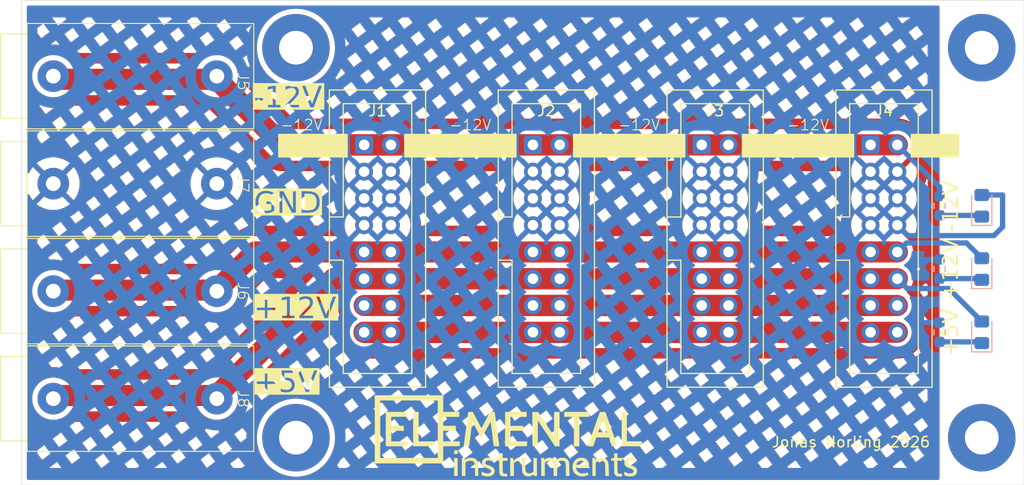
<source format=kicad_pcb>
(kicad_pcb (version 20241229) (generator "pcbnew") (generator_version "9.0")
  (layers (0 "F.Cu" signal) (2 "B.Cu" signal) (13 "F.Paste" user) (15 "B.Paste" user) (5 "F.SilkS" user "F.Silkscreen") (7 "B.SilkS" user "B.Silkscreen") (1 "F.Mask" user) (3 "B.Mask" user) (25 "Edge.Cuts" user))
  (net 0 "")
  (net 1 "+12V")
  (net 2 "Net-(D1-K)")
  (net 3 "Net-(D2-K)")
  (net 4 "+5V")
  (net 5 "GND")
  (net 6 "Net-(D3-K)")
  (net 7 "-12V")
  (net 8 "/CV")
  (net 9 "/GATE")
  (footprint "Eurorack:Multicomp Banana jack" (layer "F.Cu") (at 119.5 93.3 180)
    (property "Reference" "J8" (at -2.5 0 270) (layer "F.SilkS") (effects (font (thickness 0.1))))
    (property "Value" "Conn_01x01_Socket")
    (fp_rect (start 18 -4) (end 20.5 4) (stroke (width 0.1)) (fill no) (layer "F.SilkS"))
    (fp_rect (start -3.5 -5) (end 18 5) (stroke (width 0.1)) (fill no) (layer "F.SilkS"))
    (pad "1" thru_hole circle (at 0 0 180) (size 3 3) (drill 1.4) (layers "*.Cu" "*.Mask") (net 4 "+5V"))
    (pad "1" thru_hole circle (at 15.5 0 180) (size 3 3) (drill 1.4) (layers "*.Cu" "*.Mask") (net 4 "+5V"))
  )
  (footprint "elemental:elemental-25.4mm" (layer "F.Cu") (at 147 97)
    (property "Reference" "G***" (hide yes))
    (property "Value" "LOGO" (hide yes))
    (fp_poly (pts (xy -4.84505 1.935537) (xy -4.6863 1.9431) (xy -4.672916 3.6322) (xy -5.0038 3.6322) (xy -5.0038 1.927975) (xy -4.84505 1.935537)) (stroke (width 0.01)) (fill yes) (layer "F.SilkS"))
    (fp_poly (pts (xy -4.84505 1.198937) (xy -4.6863 1.2065) (xy -4.67879 1.37795) (xy -4.671279 1.5494) (xy -5.0038 1.5494) (xy -5.0038 1.191375) (xy -4.84505 1.198937)) (stroke (width 0.01)) (fill yes) (layer "F.SilkS"))
    (fp_poly (pts (xy 11.3665 0.3429) (xy 12.08405 0.349645) (xy 12.8016 0.356391) (xy 12.8016 0.8128) (xy 10.8712 0.8128) (xy 10.8712 -2.4384) (xy 11.353366 -2.4384) (xy 11.3665 0.3429)) (stroke (width 0.01)) (fill yes) (layer "F.SilkS"))
    (fp_poly (pts (xy -8.382 0.3556) (xy -6.932223 0.3556) (xy -6.939562 0.57785) (xy -6.9469 0.8001) (xy -7.91845 0.806751) (xy -8.89 0.813403) (xy -8.89 -2.4384) (xy -8.382 -2.4384) (xy -8.382 0.3556)) (stroke (width 0.01)) (fill yes) (layer "F.SilkS"))
    (fp_poly (pts (xy 7.7978 -1.9812) (xy 6.858 -1.9812) (xy 6.858 0.8128) (xy 6.35 0.8128) (xy 6.35 -1.9812) (xy 5.4356 -1.9812) (xy 5.4356 -2.4384) (xy 7.7978 -2.4384) (xy 7.7978 -1.9812)) (stroke (width 0.01)) (fill yes) (layer "F.SilkS"))
    (fp_poly (pts (xy -9.454162 -2.21615) (xy -9.4615 -1.9939) (xy -10.21715 -1.987173) (xy -10.9728 -1.980445) (xy -10.9728 -1.1176) (xy -9.779 -1.1176) (xy -9.779 -0.6604) (xy -10.9728 -0.6604) (xy -10.9728 0.3556) (xy -9.4234 0.3556) (xy -9.4234 0.8128) (xy -11.4808 0.8128) (xy -11.4808 -2.4384) (xy -9.446823 -2.4384) (xy -9.454162 -2.21615)) (stroke (width 0.01)) (fill yes) (layer "F.SilkS"))
    (fp_poly (pts (xy 1.8542 -1.9812) (xy 0.3302 -1.9812) (xy 0.3302 -1.1176) (xy 1.524 -1.1176) (xy 1.524 -0.6604) (xy 0.3302 -0.6604) (xy 0.3302 0.3556) (xy 1.906977 0.3556) (xy 1.899638 0.57785) (xy 1.8923 0.8001) (xy 0.85725 0.806734) (xy -0.1778 0.813369) (xy -0.1778 -2.4384) (xy 1.8542 -2.4384) (xy 1.8542 -1.9812)) (stroke (width 0.01)) (fill yes) (layer "F.SilkS"))
    (fp_poly (pts (xy -6.0452 -2.4384) (xy -4.5212 -2.4384) (xy -4.5212 -1.9812) (xy -6.0452 -1.9812) (xy -6.0452 -1.1176) (xy -4.8514 -1.1176) (xy -4.8514 -0.6604) (xy -6.0452 -0.6604) (xy -6.0452 0.3556) (xy -4.468423 0.3556) (xy -4.475762 0.57785) (xy -4.4831 0.8001) (xy -6.0452 0.813534) (xy -6.0452 2.4384) (xy -12.5222 2.4384) (xy -12.5222 -3.5306) (xy -12.0142 -3.5306) (xy -12.0142 1.9304) (xy -6.5532 1.9304) (xy -6.5532 -3.5306) (xy -12.0142 -3.5306) (xy -12.5222 -3.5306) (xy -12.5222 -4.0132) (xy -6.0452 -4.0132) (xy -6.0452 -2.4384)) (stroke (width 0.01)) (fill yes) (layer "F.SilkS"))
    (fp_poly (pts (xy 2.685008 -2.43291) (xy 2.957016 -2.4257) (xy 4.4577 -0.149554) (xy 4.464308 -1.293977) (xy 4.470917 -2.438401) (xy 4.724658 -2.4384) (xy 4.9784 -2.4384) (xy 4.9784 0.8128) (xy 4.554809 0.8128) (xy 3.737935 -0.41275) (xy 2.921062 -1.6383) (xy 2.921 0.8128) (xy 2.683933 0.8128) (xy 2.578785 0.811092) (xy 2.493634 0.806512) (xy 2.440692 0.799874) (xy 2.429933 0.795866) (xy 2.426976 0.768164) (xy 2.424182 0.693994) (xy 2.421598 0.577688) (xy 2.419269 0.423578) (xy 2.417239 0.235996) (xy 2.415553 0.019274) (xy 2.414257 -0.222255) (xy 2.413396 -0.48426) (xy 2.413015 -0.76241) (xy 2.413 -0.830593) (xy 2.413 -2.440119) (xy 2.685008 -2.43291)) (stroke (width 0.01)) (fill yes) (layer "F.SilkS"))
    (fp_poly (pts (xy 1.193902 1.884169) (xy 1.211102 1.904924) (xy 1.206875 1.93675) (xy 1.193102 1.999768) (xy 1.176511 2.08045) (xy 1.17389 2.093642) (xy 1.160035 2.150539) (xy 1.13788 2.18354) (xy 1.093614 2.203555) (xy 1.013423 2.221494) (xy 1.011537 2.22187) (xy 0.90844 2.25159) (xy 0.806793 2.295111) (xy 0.764638 2.319338) (xy 0.6604 2.38832) (xy 0.6604 3.6322) (xy 0.3048 3.6322) (xy 0.3048 1.9304) (xy 0.4445 1.9304) (xy 0.524604 1.932162) (xy 0.566321 1.941014) (xy 0.582032 1.962302) (xy 0.5842 1.990725) (xy 0.58935 2.061532) (xy 0.599492 2.127513) (xy 0.614785 2.203976) (xy 0.730897 2.092721) (xy 0.858261 1.988615) (xy 0.986468 1.916469) (xy 1.104871 1.881846) (xy 1.138803 1.8796) (xy 1.193902 1.884169)) (stroke (width 0.01)) (fill yes) (layer "F.SilkS"))
    (fp_poly (pts (xy -3.346336 1.910351) (xy -3.165998 1.937068) (xy -3.022398 1.994053) (xy -2.908415 2.085947) (xy -2.816924 2.217394) (xy -2.788891 2.273616) (xy -2.770478 2.316222) (xy -2.756247 2.35898) (xy -2.745544 2.409176) (xy -2.737712 2.474093) (xy -2.7321 2.561016) (xy -2.728051 2.67723) (xy -2.724911 2.830018) (xy -2.722166 3.01625) (xy -2.713832 3.6322) (xy -3.017088 3.6322) (xy -3.026713 3.06705) (xy -3.030333 2.879183) (xy -3.034414 2.73473) (xy -3.039621 2.626304) (xy -3.04662 2.546519) (xy -3.056076 2.487989) (xy -3.068653 2.443328) (xy -3.085018 2.40515) (xy -3.086619 2.401939) (xy -3.153238 2.300008) (xy -3.237396 2.234701) (xy -3.35044 2.199174) (xy -3.439462 2.189137) (xy -3.609415 2.193447) (xy -3.74865 2.231957) (xy -3.861446 2.30314) (xy -3.937 2.366715) (xy -3.937 3.6322) (xy -4.2672 3.6322) (xy -4.2672 1.9304) (xy -4.141351 1.9304) (xy -4.066172 1.932315) (xy -4.026853 1.944141) (xy -4.008464 1.974996) (xy -3.999219 2.017197) (xy -3.982936 2.103995) (xy -3.871484 2.033315) (xy -3.715494 1.954595) (xy -3.550379 1.914468) (xy -3.361261 1.909451) (xy -3.346336 1.910351)) (stroke (width 0.01)) (fill yes) (layer "F.SilkS"))
    (fp_poly (pts (xy 2.67335 1.935537) (xy 2.8321 1.9431) (xy 2.845484 3.6322) (xy 2.695917 3.6322) (xy 2.61219 3.630868) (xy 2.565884 3.622677) (xy 2.543622 3.601334) (xy 2.532029 3.560547) (xy 2.530815 3.554529) (xy 2.515281 3.476858) (xy 2.41969 3.55241) (xy 2.273927 3.636951) (xy 2.107716 3.675838) (xy 1.919877 3.669278) (xy 1.840378 3.654419) (xy 1.720074 3.604847) (xy 1.605756 3.517642) (xy 1.512532 3.405147) (xy 1.491512 3.369393) (xy 1.474384 3.334972) (xy 1.461001 3.299011) (xy 1.450806 3.25482) (xy 1.443243 3.19571) (xy 1.437755 3.114991) (xy 1.433784 3.005974) (xy 1.430774 2.861969) (xy 1.428168 2.676286) (xy 1.427212 2.59715) (xy 1.419324 1.9304) (xy 1.7272 1.9304) (xy 1.7272 2.459189) (xy 1.728816 2.680117) (xy 1.734417 2.856652) (xy 1.745133 2.995121) (xy 1.762092 3.101852) (xy 1.786425 3.183172) (xy 1.81926 3.245408) (xy 1.861727 3.294886) (xy 1.879136 3.310412) (xy 1.988877 3.371542) (xy 2.117825 3.394353) (xy 2.252514 3.379424) (xy 2.379478 3.327335) (xy 2.437245 3.286374) (xy 2.5146 3.221284) (xy 2.5146 1.927975) (xy 2.67335 1.935537)) (stroke (width 0.01)) (fill yes) (layer "F.SilkS"))
    (fp_poly (pts (xy 9.094872 1.916694) (xy 9.264307 1.961994) (xy 9.402512 2.046886) (xy 9.510476 2.171945) (xy 9.57869 2.308898) (xy 9.596546 2.360134) (xy 9.610423 2.41413) (xy 9.621032 2.478614) (xy 9.629082 2.561317) (xy 9.635284 2.669968) (xy 9.640346 2.812297) (xy 9.644981 2.996034) (xy 9.645988 3.04165) (xy 9.658825 3.6322) (xy 9.325177 3.6322) (xy 9.317138 3.04165) (xy 9.313527 2.831709) (xy 9.308027 2.666177) (xy 9.299076 2.538664) (xy 9.285111 2.442778) (xy 9.264568 2.37213) (xy 9.235883 2.320329) (xy 9.197495 2.280986) (xy 9.147838 2.247709) (xy 9.118996 2.231722) (xy 8.999597 2.192195) (xy 8.859852 2.183059) (xy 8.716235 2.202081) (xy 8.585219 2.247028) (xy 8.483276 2.315666) (xy 8.480649 2.318258) (xy 8.4074 2.391507) (xy 8.4074 3.6322) (xy 8.1026 3.6322) (xy 8.1026 1.927616) (xy 8.22176 1.935358) (xy 8.295223 1.943058) (xy 8.334129 1.960795) (xy 8.354714 1.999265) (xy 8.362875 2.028306) (xy 8.380066 2.083043) (xy 8.398515 2.095837) (xy 8.427864 2.075715) (xy 8.560715 1.990222) (xy 8.727944 1.933558) (xy 8.893216 1.910409) (xy 9.094872 1.916694)) (stroke (width 0.01)) (fill yes) (layer "F.SilkS"))
    (fp_poly (pts (xy -0.4064 1.9304) (xy 0.0508 1.9304) (xy 0.0508 2.1844) (xy -0.4064 2.1844) (xy -0.4064 2.740386) (xy -0.406101 2.941399) (xy -0.403699 3.097477) (xy -0.396934 3.214485) (xy -0.383549 3.298288) (xy -0.361285 3.354751) (xy -0.327885 3.389738) (xy -0.281089 3.409115) (xy -0.218639 3.418746) (xy -0.143094 3.424189) (xy 0.0254 3.434917) (xy 0.0254 3.518781) (xy 0.021963 3.599044) (xy 0.004953 3.647731) (xy -0.035677 3.672563) (xy -0.109976 3.681259) (xy -0.186868 3.681885) (xy -0.294259 3.676391) (xy -0.395756 3.663151) (xy -0.463791 3.646695) (xy -0.53692 3.618144) (xy -0.594849 3.586549) (xy -0.639453 3.545904) (xy -0.67261 3.490201) (xy -0.696195 3.413435) (xy -0.712086 3.309599) (xy -0.722159 3.172687) (xy -0.72829 2.996692) (xy -0.732176 2.78765) (xy -0.741284 2.1844) (xy -1.022647 2.1844) (xy -1.006903 2.08915) (xy -0.996451 2.0184) (xy -0.991063 1.967321) (xy -0.99088 1.96215) (xy -0.966019 1.940361) (xy -0.89208 1.930854) (xy -0.8636 1.9304) (xy -0.7366 1.9304) (xy -0.7366 1.726402) (xy -0.735974 1.621546) (xy -0.728079 1.556586) (xy -0.70389 1.520649) (xy -0.654381 1.502862) (xy -0.570528 1.492353) (xy -0.53975 1.489242) (xy -0.4064 1.475593) (xy -0.4064 1.9304)) (stroke (width 0.01)) (fill yes) (layer "F.SilkS"))
    (fp_poly (pts (xy 10.455688 1.501638) (xy 10.462109 1.550818) (xy 10.464564 1.637972) (xy 10.4648 1.699082) (xy 10.4648 1.9304) (xy 10.922 1.9304) (xy 10.922 2.1844) (xy 10.458248 2.1844) (xy 10.469524 2.756642) (xy 10.473487 2.955333) (xy 10.478213 3.109146) (xy 10.486145 3.223975) (xy 10.499726 3.305713) (xy 10.521399 3.360254) (xy 10.553607 3.393493) (xy 10.598792 3.411324) (xy 10.659397 3.419639) (xy 10.737865 3.424335) (xy 10.746462 3.424813) (xy 10.839702 3.431159) (xy 10.892146 3.439565) (xy 10.913764 3.45391) (xy 10.914527 3.478071) (xy 10.911827 3.489139) (xy 10.900385 3.557413) (xy 10.896946 3.61315) (xy 10.8966 3.683) (xy 10.69975 3.680816) (xy 10.593956 3.676924) (xy 10.498951 3.668708) (xy 10.433802 3.657868) (xy 10.42973 3.656725) (xy 10.357439 3.622912) (xy 10.293106 3.576358) (xy 10.252965 3.535906) (xy 10.221765 3.492934) (xy 10.198395 3.440695) (xy 10.181739 3.37244) (xy 10.170686 3.281423) (xy 10.164123 3.160894) (xy 10.160936 3.004106) (xy 10.160012 2.804311) (xy 10.16 2.769415) (xy 10.16 2.1844) (xy 9.877816 2.1844) (xy 9.8933 1.9431) (xy 10.02665 1.935422) (xy 10.16 1.927745) (xy 10.16 1.4986) (xy 10.272222 1.4986) (xy 10.35083 1.49523) (xy 10.412069 1.486796) (xy 10.424622 1.483182) (xy 10.443721 1.481929) (xy 10.455688 1.501638)) (stroke (width 0.01)) (fill yes) (layer "F.SilkS"))
    (fp_poly (pts (xy 7.174804 1.919555) (xy 7.264329 1.926557) (xy 7.331008 1.940858) (xy 7.388773 1.964609) (xy 7.4041 1.972624) (xy 7.558665 2.08229) (xy 7.671912 2.221221) (xy 7.743065 2.388073) (xy 7.771349 2.581504) (xy 7.771842 2.60985) (xy 7.7724 2.794) (xy 6.523763 2.794) (xy 6.540388 2.87655) (xy 6.578893 3.002709) (xy 6.638814 3.125143) (xy 6.71085 3.227691) (xy 6.777951 3.289361) (xy 6.928425 3.35919) (xy 7.106783 3.392166) (xy 7.305422 3.387783) (xy 7.516737 3.345537) (xy 7.536511 3.339742) (xy 7.606755 3.320389) (xy 7.653318 3.310931) (xy 7.663155 3.311288) (xy 7.670719 3.3386) (xy 7.681312 3.399161) (xy 7.686384 3.434014) (xy 7.702188 3.549313) (xy 7.540444 3.604359) (xy 7.361785 3.649766) (xy 7.17311 3.67128) (xy 6.992956 3.667824) (xy 6.858615 3.64396) (xy 6.658151 3.564982) (xy 6.491693 3.451308) (xy 6.362408 3.30552) (xy 6.294905 3.183907) (xy 6.228446 2.977832) (xy 6.207618 2.770992) (xy 6.230266 2.570132) (xy 6.231874 2.5654) (xy 6.554457 2.5654) (xy 7.4422 2.5654) (xy 7.442105 2.49555) (xy 7.419838 2.398758) (xy 7.361947 2.305971) (xy 7.28142 2.235944) (xy 7.251959 2.220971) (xy 7.102371 2.183366) (xy 6.953439 2.19054) (xy 6.814713 2.238548) (xy 6.695742 2.323446) (xy 6.606076 2.44129) (xy 6.579861 2.498582) (xy 6.554457 2.5654) (xy 6.231874 2.5654) (xy 6.294234 2.382001) (xy 6.397369 2.213344) (xy 6.537514 2.07091) (xy 6.6802 1.977543) (xy 6.742258 1.948875) (xy 6.805093 1.930973) (xy 6.883342 1.921459) (xy 6.991646 1.917953) (xy 7.0485 1.9177) (xy 7.174804 1.919555)) (stroke (width 0.01)) (fill yes) (layer "F.SilkS"))
    (fp_poly (pts (xy 9.341517 -2.369408) (xy 9.354354 -2.333592) (xy 9.382826 -2.254214) (xy 9.425406 -2.135524) (xy 9.480569 -1.981775) (xy 9.54679 -1.797217) (xy 9.622543 -1.586102) (xy 9.706303 -1.352682) (xy 9.796545 -1.101208) (xy 9.891741 -0.835932) (xy 9.915801 -0.768889) (xy 10.011272 -0.502459) (xy 10.101474 -0.249966) (xy 10.184964 -0.015499) (xy 10.260299 0.196851) (xy 10.326035 0.382996) (xy 10.38073 0.538846) (xy 10.422941 0.660312) (xy 10.451223 0.743303) (xy 10.464135 0.78373) (xy 10.4648 0.786861) (xy 10.440478 0.799286) (xy 10.371644 0.808013) (xy 10.264493 0.812402) (xy 10.213202 0.8128) (xy 9.961604 0.8128) (xy 9.886463 0.60325) (xy 9.839172 0.47069) (xy 9.786438 0.321854) (xy 9.739413 0.188219) (xy 9.738011 0.184215) (xy 9.6647 -0.025269) (xy 9.066089 -0.025335) (xy 8.467479 -0.0254) (xy 8.171811 0.8128) (xy 7.647281 0.8128) (xy 7.723128 0.60325) (xy 7.745649 0.540757) (xy 7.783477 0.435471) (xy 7.834805 0.29243) (xy 7.897828 0.116671) (xy 7.970739 -0.086767) (xy 8.051735 -0.312848) (xy 8.121626 -0.508) (xy 8.639044 -0.508) (xy 9.494972 -0.508) (xy 9.41021 -0.74295) (xy 9.368725 -0.858781) (xy 9.316932 -1.004645) (xy 9.261184 -1.162583) (xy 9.207836 -1.314641) (xy 9.203465 -1.32715) (xy 9.159502 -1.45053) (xy 9.120694 -1.554779) (xy 9.090318 -1.63145) (xy 9.071648 -1.6721) (xy 9.068042 -1.6764) (xy 9.055031 -1.653884) (xy 9.028972 -1.592284) (xy 8.993425 -1.500528) (xy 8.951949 -1.387542) (xy 8.943991 -1.36525) (xy 8.889869 -1.21303) (xy 8.830092 -1.044944) (xy 8.772875 -0.884093) (xy 8.736212 -0.78105) (xy 8.639044 -0.508) (xy 8.121626 -0.508) (xy 8.139008 -0.556532) (xy 8.230753 -0.812783) (xy 8.303491 -1.016) (xy 8.808009 -2.4257) (xy 9.06212 -2.432908) (xy 9.316232 -2.440116) (xy 9.341517 -2.369408)) (stroke (width 0.01)) (fill yes) (layer "F.SilkS"))
    (fp_poly (pts (xy -1.604805 1.916296) (xy -1.459153 1.941895) (xy -1.4224 1.952382) (xy -1.2827 1.99666) (xy -1.291375 2.13498) (xy -1.297045 2.212238) (xy -1.302465 2.264833) (xy -1.305321 2.278779) (xy -1.328788 2.271383) (xy -1.383696 2.246545) (xy -1.434301 2.221629) (xy -1.527769 2.1827) (xy -1.624878 2.163553) (xy -1.733459 2.159) (xy -1.82968 2.161025) (xy -1.891878 2.170416) (xy -1.936773 2.192144) (xy -1.981084 2.23118) (xy -1.983154 2.233246) (xy -2.042077 2.318695) (xy -2.056545 2.406544) (xy -2.025862 2.486801) (xy -2.002645 2.512833) (xy -1.955148 2.542866) (xy -1.872829 2.581393) (xy -1.769507 2.622267) (xy -1.709175 2.643374) (xy -1.526694 2.713624) (xy -1.388714 2.789593) (xy -1.288952 2.875823) (xy -1.221122 2.976854) (xy -1.208251 3.005359) (xy -1.180071 3.082817) (xy -1.170997 3.146826) (xy -1.179132 3.222555) (xy -1.188354 3.269327) (xy -1.239407 3.413168) (xy -1.326326 3.524448) (xy -1.450744 3.604265) (xy -1.614291 3.653715) (xy -1.78862 3.672841) (xy -1.916408 3.672949) (xy -2.038214 3.663536) (xy -2.1209 3.648918) (xy -2.21528 3.619755) (xy -2.304574 3.58487) (xy -2.33321 3.571175) (xy -2.388867 3.536375) (xy -2.408123 3.50043) (xy -2.40306 3.449145) (xy -2.391406 3.366117) (xy -2.3876 3.300041) (xy -2.3876 3.228232) (xy -2.26695 3.290484) (xy -2.123112 3.349365) (xy -1.972992 3.384407) (xy -1.827741 3.395243) (xy -1.698513 3.381505) (xy -1.59646 3.342826) (xy -1.558911 3.313819) (xy -1.505358 3.23435) (xy -1.50079 3.154671) (xy -1.543451 3.076983) (xy -1.631583 3.003483) (xy -1.76343 2.936373) (xy -1.898334 2.88902) (xy -2.076847 2.824191) (xy -2.209104 2.748403) (xy -2.299207 2.657404) (xy -2.351257 2.546939) (xy -2.369354 2.412755) (xy -2.369458 2.4003) (xy -2.346015 2.248004) (xy -2.278301 2.11712) (xy -2.170236 2.012994) (xy -2.034797 1.944086) (xy -1.912479 1.917123) (xy -1.762532 1.90795) (xy -1.604805 1.916296)) (stroke (width 0.01)) (fill yes) (layer "F.SilkS"))
    (fp_poly (pts (xy 11.902293 1.921917) (xy 12.019473 1.935593) (xy 12.111602 1.960269) (xy 12.119582 1.96327) (xy 12.237665 2.00884) (xy 12.225441 2.11567) (xy 12.213554 2.20698) (xy 12.198011 2.254505) (xy 12.169365 2.264932) (xy 12.118168 2.244945) (xy 12.074806 2.222258) (xy 11.966725 2.180939) (xy 11.846131 2.160387) (xy 11.724853 2.15958) (xy 11.614723 2.177496) (xy 11.527571 2.213112) (xy 11.475225 2.265405) (xy 11.471178 2.274437) (xy 11.456068 2.356971) (xy 11.464269 2.443195) (xy 11.487348 2.497783) (xy 11.523232 2.523691) (xy 11.596133 2.560571) (xy 11.694918 2.603205) (xy 11.791898 2.64043) (xy 11.947166 2.699646) (xy 12.062482 2.751666) (xy 12.147022 2.802215) (xy 12.209962 2.857022) (xy 12.260479 2.921812) (xy 12.272216 2.940198) (xy 12.311226 3.022518) (xy 12.326699 3.115486) (xy 12.327333 3.17742) (xy 12.305792 3.331066) (xy 12.246547 3.454201) (xy 12.145896 3.552108) (xy 12.0142 3.624161) (xy 11.94334 3.643578) (xy 11.839005 3.65944) (xy 11.71847 3.670422) (xy 11.599008 3.675197) (xy 11.497897 3.672439) (xy 11.4554 3.667048) (xy 11.357349 3.643212) (xy 11.25999 3.611476) (xy 11.178799 3.577641) (xy 11.129256 3.547509) (xy 11.125159 3.54325) (xy 11.10804 3.487185) (xy 11.111298 3.385153) (xy 11.113461 3.366599) (xy 11.131114 3.225312) (xy 11.212784 3.275786) (xy 11.33475 3.33335) (xy 11.476231 3.372279) (xy 11.623215 3.391316) (xy 11.761691 3.389202) (xy 11.877646 3.36468) (xy 11.92853 3.34004) (xy 11.983783 3.276311) (xy 12.003412 3.189678) (xy 11.989474 3.113274) (xy 11.9488 3.051619) (xy 11.872855 2.994776) (xy 11.756585 2.939829) (xy 11.594933 2.883866) (xy 11.587496 2.881578) (xy 11.406772 2.811049) (xy 11.273033 2.724099) (xy 11.184809 2.619555) (xy 11.14844 2.53198) (xy 11.131032 2.377395) (xy 11.161318 2.232505) (xy 11.236249 2.104638) (xy 11.352773 2.001128) (xy 11.37506 1.987325) (xy 11.434836 1.954876) (xy 11.489983 1.934394) (xy 11.554956 1.923175) (xy 11.644211 1.918518) (xy 11.7475 1.9177) (xy 11.902293 1.921917)) (stroke (width 0.01)) (fill yes) (layer "F.SilkS"))
    (fp_poly (pts (xy 4.265727 1.938772) (xy 4.414281 2.009738) (xy 4.537782 2.118157) (xy 4.542652 2.123973) (xy 4.624005 2.2225) (xy 4.688755 2.139934) (xy 4.750312 2.077398) (xy 4.832387 2.013188) (xy 4.872302 1.987534) (xy 4.932201 1.954996) (xy 4.987355 1.934455) (xy 5.052231 1.923202) (xy 5.141293 1.918526) (xy 5.2451 1.9177) (xy 5.36808 1.919232) (xy 5.454391 1.925411) (xy 5.518111 1.938605) (xy 5.573318 1.961187) (xy 5.604793 1.978259) (xy 5.682425 2.032018) (xy 5.749206 2.093505) (xy 5.765004 2.112556) (xy 5.804367 2.170025) (xy 5.835429 2.228374) (xy 5.859333 2.294623) (xy 5.87722 2.375795) (xy 5.890232 2.478911) (xy 5.899511 2.610991) (xy 5.906199 2.779057) (xy 5.911437 2.990129) (xy 5.911973 3.01625) (xy 5.924443 3.6322) (xy 5.591323 3.6322) (xy 5.583311 3.02895) (xy 5.579735 2.815108) (xy 5.574376 2.646024) (xy 5.565797 2.515653) (xy 5.552561 2.417954) (xy 5.53323 2.346884) (xy 5.506367 2.2964) (xy 5.470534 2.260461) (xy 5.424294 2.233024) (xy 5.390375 2.217886) (xy 5.289533 2.192665) (xy 5.169386 2.18697) (xy 5.049161 2.199484) (xy 4.948084 2.228888) (xy 4.908823 2.250891) (xy 4.861046 2.289201) (xy 4.823884 2.330085) (xy 4.796014 2.380212) (xy 4.776119 2.446255) (xy 4.762877 2.534885) (xy 4.754969 2.652771) (xy 4.751074 2.806586) (xy 4.749873 3.003) (xy 4.749839 3.05435) (xy 4.7498 3.6322) (xy 4.422977 3.6322) (xy 4.414938 3.04165) (xy 4.411386 2.832562) (xy 4.40612 2.667815) (xy 4.397694 2.540952) (xy 4.384664 2.445515) (xy 4.365584 2.375046) (xy 4.339008 2.323086) (xy 4.303492 2.283178) (xy 4.257591 2.248865) (xy 4.234216 2.234171) (xy 4.123272 2.193173) (xy 3.991004 2.184535) (xy 3.853312 2.206043) (xy 3.726095 2.255484) (xy 3.638896 2.317039) (xy 3.621125 2.335064) (xy 3.607453 2.355824) (xy 3.597344 2.385721) (xy 3.590259 2.431154) (xy 3.585662 2.498524) (xy 3.583015 2.59423) (xy 3.58178 2.724672) (xy 3.58142 2.896252) (xy 3.5814 3.001627) (xy 3.5814 3.6322) (xy 3.2512 3.6322) (xy 3.2512 1.9304) (xy 3.375373 1.9304) (xy 3.449902 1.932342) (xy 3.488738 1.944546) (xy 3.506982 1.976579) (xy 3.516292 2.019662) (xy 3.533038 2.108925) (xy 3.615736 2.045848) (xy 3.767124 1.958797) (xy 3.93241 1.912481) (xy 4.101857 1.906079) (xy 4.265727 1.938772)) (stroke (width 0.01)) (fill yes) (layer "F.SilkS"))
    (fp_poly (pts (xy -1.156496 -2.35585) (xy -1.149121 -2.307588) (xy -1.13606 -2.216251) (xy -1.11803 -2.087163) (xy -1.095746 -1.925649) (xy -1.069922 -1.737033) (xy -1.041274 -1.52664) (xy -1.010517 -1.299794) (xy -0.978367 -1.06182) (xy -0.945539 -0.818042) (xy -0.912748 -0.573785) (xy -0.880709 -0.334372) (xy -0.850138 -0.105129) (xy -0.821751 0.10862) (xy -0.796262 0.30155) (xy -0.774386 0.468338) (xy -0.75684 0.603658) (xy -0.744337 0.702187) (xy -0.737595 0.7586) (xy -0.7366 0.7697) (xy -0.74238 0.789512) (xy -0.765663 0.802206) (xy -0.815367 0.809301) (xy -0.900411 0.81231) (xy -0.990117 0.8128) (xy -1.105643 0.812171) (xy -1.180115 0.808892) (xy -1.223272 0.800867) (xy -1.244858 0.786006) (xy -1.254612 0.762214) (xy -1.256121 0.75565) (xy -1.261775 0.718806) (xy -1.272785 0.637093) (xy -1.288447 0.516079) (xy -1.308057 0.361332) (xy -1.330914 0.178422) (xy -1.356315 -0.027084) (xy -1.383556 -0.249617) (xy -1.397984 -0.3683) (xy -1.42597 -0.596774) (xy -1.45269 -0.810529) (xy -1.477419 -1.004087) (xy -1.499432 -1.171971) (xy -1.518006 -1.308702) (xy -1.532417 -1.408804) (xy -1.541941 -1.466797) (xy -1.54473 -1.478515) (xy -1.558238 -1.475217) (xy -1.588423 -1.436547) (xy -1.636332 -1.36072) (xy -1.703013 -1.245949) (xy -1.789512 -1.090452) (xy -1.896878 -0.892443) (xy -1.980764 -0.735565) (xy -2.07848 -0.552716) (xy -2.168845 -0.384947) (xy -2.249069 -0.237335) (xy -2.316363 -0.114955) (xy -2.367937 -0.022886) (xy -2.401003 0.033797) (xy -2.412564 0.050375) (xy -2.427298 0.028744) (xy -2.463135 -0.032488) (xy -2.517192 -0.128139) (xy -2.586584 -0.253031) (xy -2.668429 -0.401983) (xy -2.759843 -0.569815) (xy -2.830794 -0.700968) (xy -2.928299 -0.881315) (xy -3.019042 -1.048397) (xy -3.099987 -1.196682) (xy -3.168099 -1.32064) (xy -3.220342 -1.414739) (xy -3.25368 -1.473449) (xy -3.264092 -1.490458) (xy -3.273438 -1.489423) (xy -3.284536 -1.460314) (xy -3.297955 -1.399652) (xy -3.314265 -1.303958) (xy -3.334035 -1.169753) (xy -3.357836 -0.993559) (xy -3.386236 -0.771897) (xy -3.400647 -0.656565) (xy -3.428164 -0.435644) (xy -3.455563 -0.216852) (xy -3.48175 -0.008857) (xy -3.505627 0.179671) (xy -3.526097 0.340065) (xy -3.542066 0.463656) (xy -3.548738 0.51435) (xy -3.588478 0.8128) (xy -4.0894 0.8128) (xy -4.0894 0.749013) (xy -4.086068 0.713852) (xy -4.07655 0.633751) (xy -4.061571 0.514097) (xy -4.041853 0.360276) (xy -4.018118 0.177677) (xy -3.991088 -0.028312) (xy -3.961487 -0.252305) (xy -3.930037 -0.488914) (xy -3.897461 -0.732752) (xy -3.86448 -0.97843) (xy -3.831817 -1.220562) (xy -3.800196 -1.45376) (xy -3.770338 -1.672636) (xy -3.742966 -1.871804) (xy -3.718802 -2.045875) (xy -3.698569 -2.189462) (xy -3.68299 -2.297177) (xy -3.672788 -2.363634) (xy -3.669595 -2.38125) (xy -3.65972 -2.409385) (xy -3.638581 -2.42634) (xy -3.59533 -2.434885) (xy -3.51912 -2.437792) (xy -3.447567 -2.437973) (xy -3.2385 -2.437545) (xy -2.8321 -1.665482) (xy -2.736305 -1.484885) (xy -2.64756 -1.320248) (xy -2.568676 -1.176581) (xy -2.502465 -1.058891) (xy -2.451736 -0.972188) (xy -2.419301 -0.921482) (xy -2.408343 -0.910259) (xy -2.392766 -0.936) (xy -2.356479 -1.00138) (xy -2.30236 -1.101048) (xy -2.233288 -1.229652) (xy -2.15214 -1.381839) (xy -2.061796 -1.552258) (xy -1.992928 -1.68275) (xy -1.59487 -2.4384) (xy -1.170702 -2.4384) (xy -1.156496 -2.35585)) (stroke (width 0.01)) (fill yes) (layer "F.SilkS"))
  )
  (footprint "Eurorack:IDC-Header_2x08_P2.54mm_Vertical" (layer "F.Cu") (at 165.46 69.22)
    (property "Reference" "J3" (at 1.27 -3.22 0) (layer "F.SilkS"))
    (property "Value" "Conn_02x08_Odd_Even")
    (fp_line (start -4.68 -0.5) (end -4.68 0.5) (stroke (width 0.12)) (layer "F.SilkS"))
    (fp_line (start -4.68 0.5) (end -3.68 0) (stroke (width 0.12)) (layer "F.SilkS"))
    (fp_line (start -3.68 0) (end -4.68 -0.5) (stroke (width 0.12)) (layer "F.SilkS"))
    (fp_line (start -3.29 -5.21) (end 5.83 -5.21) (stroke (width 0.12)) (layer "F.SilkS"))
    (fp_line (start -3.29 6.84) (end -1.98 6.84) (stroke (width 0.12)) (layer "F.SilkS"))
    (fp_line (start -3.29 22.99) (end -3.29 -5.21) (stroke (width 0.12)) (layer "F.SilkS"))
    (fp_line (start -1.98 -3.91) (end 4.52 -3.91) (stroke (width 0.12)) (layer "F.SilkS"))
    (fp_line (start -1.98 6.84) (end -1.98 -3.91) (stroke (width 0.12)) (layer "F.SilkS"))
    (fp_line (start -1.98 10.94) (end -3.29 10.94) (stroke (width 0.12)) (layer "F.SilkS"))
    (fp_line (start -1.98 21.69) (end -1.98 10.94) (stroke (width 0.12)) (layer "F.SilkS"))
    (fp_line (start 4.52 -3.91) (end 4.52 21.69) (stroke (width 0.12)) (layer "F.SilkS"))
    (fp_line (start 4.52 21.69) (end -1.98 21.69) (stroke (width 0.12)) (layer "F.SilkS"))
    (fp_line (start 5.83 -5.21) (end 5.83 22.99) (stroke (width 0.12)) (layer "F.SilkS"))
    (fp_line (start 5.83 22.99) (end -3.29 22.99) (stroke (width 0.12)) (layer "F.SilkS"))
    (fp_rect (start -8.1 -1) (end -1.6 1.15) (stroke (width 0.1)) (fill yes) (layer "F.SilkS"))
    (fp_rect (start 3.85 -1) (end 8.35 1.15) (stroke (width 0.1)) (fill yes) (layer "F.SilkS"))
    (fp_text user "-12V" (at -8 -1.3 0) (layer "F.SilkS") (effects (font (thickness 0.1)) (justify left bottom)))
    (pad "1" thru_hole roundrect (at 0 0) (size 1.7 1.7) (drill 1) (layers "*.Cu" "*.Mask") (roundrect_rratio 0.147059) (net 7 "-12V"))
    (pad "2" thru_hole circle (at 2.54 0) (size 1.7 1.7) (drill 1) (layers "*.Cu" "*.Mask") (net 7 "-12V"))
    (pad "3" thru_hole circle (at 0 2.54) (size 1.7 1.7) (drill 1) (layers "*.Cu" "*.Mask") (net 5 "GND"))
    (pad "4" thru_hole circle (at 2.54 2.54) (size 1.7 1.7) (drill 1) (layers "*.Cu" "*.Mask") (net 5 "GND"))
    (pad "5" thru_hole circle (at 0 5.08) (size 1.7 1.7) (drill 1) (layers "*.Cu" "*.Mask") (net 5 "GND"))
    (pad "6" thru_hole circle (at 2.54 5.08) (size 1.7 1.7) (drill 1) (layers "*.Cu" "*.Mask") (net 5 "GND"))
    (pad "7" thru_hole circle (at 0 7.62) (size 1.7 1.7) (drill 1) (layers "*.Cu" "*.Mask") (net 5 "GND"))
    (pad "8" thru_hole circle (at 2.54 7.62) (size 1.7 1.7) (drill 1) (layers "*.Cu" "*.Mask") (net 5 "GND"))
    (pad "9" thru_hole circle (at 0 10.16) (size 1.7 1.7) (drill 1) (layers "*.Cu" "*.Mask") (net 1 "+12V"))
    (pad "10" thru_hole circle (at 2.54 10.16) (size 1.7 1.7) (drill 1) (layers "*.Cu" "*.Mask") (net 1 "+12V"))
    (pad "11" thru_hole circle (at 0 12.7) (size 1.7 1.7) (drill 1) (layers "*.Cu" "*.Mask") (net 4 "+5V"))
    (pad "12" thru_hole circle (at 2.54 12.7) (size 1.7 1.7) (drill 1) (layers "*.Cu" "*.Mask") (net 4 "+5V"))
    (pad "13" thru_hole circle (at 0 15.24) (size 1.7 1.7) (drill 1) (layers "*.Cu" "*.Mask") (net 8 "/CV"))
    (pad "14" thru_hole circle (at 2.54 15.24) (size 1.7 1.7) (drill 1) (layers "*.Cu" "*.Mask") (net 8 "/CV"))
    (pad "15" thru_hole circle (at 0 17.78) (size 1.7 1.7) (drill 1) (layers "*.Cu" "*.Mask") (net 9 "/GATE"))
    (pad "16" thru_hole circle (at 2.54 17.78) (size 1.7 1.7) (drill 1) (layers "*.Cu" "*.Mask") (net 9 "/GATE"))
  )
  (footprint "Hole:MountingHole_3.2mm_M3_Pad" (layer "F.Cu") (at 192 60)
    (property "Reference" "H1" (hide yes))
    (property "Value" "MountingHole" (hide yes))
    (pad "1" thru_hole circle (at 0 0) (size 6.4 6.4) (drill 3.2) (layers "*.Cu" "*.Mask"))
  )
  (footprint "Hole:MountingHole_3.2mm_M3_Pad" (layer "F.Cu") (at 127 97)
    (property "Reference" "H4" (hide yes))
    (property "Value" "MountingHole" (hide yes))
    (pad "1" thru_hole circle (at 0 0) (size 6.4 6.4) (drill 3.2) (layers "*.Cu" "*.Mask"))
  )
  (footprint "Eurorack:IDC-Header_2x08_P2.54mm_Vertical" (layer "F.Cu") (at 133.46 69.22)
    (property "Reference" "J1" (at 1.27 -3.22 0) (layer "F.SilkS"))
    (property "Value" "Conn_02x08_Odd_Even")
    (fp_line (start -4.68 -0.5) (end -4.68 0.5) (stroke (width 0.12)) (layer "F.SilkS"))
    (fp_line (start -4.68 0.5) (end -3.68 0) (stroke (width 0.12)) (layer "F.SilkS"))
    (fp_line (start -3.68 0) (end -4.68 -0.5) (stroke (width 0.12)) (layer "F.SilkS"))
    (fp_line (start -3.29 -5.21) (end 5.83 -5.21) (stroke (width 0.12)) (layer "F.SilkS"))
    (fp_line (start -3.29 6.84) (end -1.98 6.84) (stroke (width 0.12)) (layer "F.SilkS"))
    (fp_line (start -3.29 22.99) (end -3.29 -5.21) (stroke (width 0.12)) (layer "F.SilkS"))
    (fp_line (start -1.98 -3.91) (end 4.52 -3.91) (stroke (width 0.12)) (layer "F.SilkS"))
    (fp_line (start -1.98 6.84) (end -1.98 -3.91) (stroke (width 0.12)) (layer "F.SilkS"))
    (fp_line (start -1.98 10.94) (end -3.29 10.94) (stroke (width 0.12)) (layer "F.SilkS"))
    (fp_line (start -1.98 21.69) (end -1.98 10.94) (stroke (width 0.12)) (layer "F.SilkS"))
    (fp_line (start 4.52 -3.91) (end 4.52 21.69) (stroke (width 0.12)) (layer "F.SilkS"))
    (fp_line (start 4.52 21.69) (end -1.98 21.69) (stroke (width 0.12)) (layer "F.SilkS"))
    (fp_line (start 5.83 -5.21) (end 5.83 22.99) (stroke (width 0.12)) (layer "F.SilkS"))
    (fp_line (start 5.83 22.99) (end -3.29 22.99) (stroke (width 0.12)) (layer "F.SilkS"))
    (fp_rect (start -8.1 -1) (end -1.6 1.15) (stroke (width 0.1)) (fill yes) (layer "F.SilkS"))
    (fp_rect (start 3.85 -1) (end 8.35 1.15) (stroke (width 0.1)) (fill yes) (layer "F.SilkS"))
    (fp_text user "-12V" (at -8 -1.3 0) (layer "F.SilkS") (effects (font (thickness 0.1)) (justify left bottom)))
    (pad "1" thru_hole roundrect (at 0 0) (size 1.7 1.7) (drill 1) (layers "*.Cu" "*.Mask") (roundrect_rratio 0.147059) (net 7 "-12V"))
    (pad "2" thru_hole circle (at 2.54 0) (size 1.7 1.7) (drill 1) (layers "*.Cu" "*.Mask") (net 7 "-12V"))
    (pad "3" thru_hole circle (at 0 2.54) (size 1.7 1.7) (drill 1) (layers "*.Cu" "*.Mask") (net 5 "GND"))
    (pad "4" thru_hole circle (at 2.54 2.54) (size 1.7 1.7) (drill 1) (layers "*.Cu" "*.Mask") (net 5 "GND"))
    (pad "5" thru_hole circle (at 0 5.08) (size 1.7 1.7) (drill 1) (layers "*.Cu" "*.Mask") (net 5 "GND"))
    (pad "6" thru_hole circle (at 2.54 5.08) (size 1.7 1.7) (drill 1) (layers "*.Cu" "*.Mask") (net 5 "GND"))
    (pad "7" thru_hole circle (at 0 7.62) (size 1.7 1.7) (drill 1) (layers "*.Cu" "*.Mask") (net 5 "GND"))
    (pad "8" thru_hole circle (at 2.54 7.62) (size 1.7 1.7) (drill 1) (layers "*.Cu" "*.Mask") (net 5 "GND"))
    (pad "9" thru_hole circle (at 0 10.16) (size 1.7 1.7) (drill 1) (layers "*.Cu" "*.Mask") (net 1 "+12V"))
    (pad "10" thru_hole circle (at 2.54 10.16) (size 1.7 1.7) (drill 1) (layers "*.Cu" "*.Mask") (net 1 "+12V"))
    (pad "11" thru_hole circle (at 0 12.7) (size 1.7 1.7) (drill 1) (layers "*.Cu" "*.Mask") (net 4 "+5V"))
    (pad "12" thru_hole circle (at 2.54 12.7) (size 1.7 1.7) (drill 1) (layers "*.Cu" "*.Mask") (net 4 "+5V"))
    (pad "13" thru_hole circle (at 0 15.24) (size 1.7 1.7) (drill 1) (layers "*.Cu" "*.Mask") (net 8 "/CV"))
    (pad "14" thru_hole circle (at 2.54 15.24) (size 1.7 1.7) (drill 1) (layers "*.Cu" "*.Mask") (net 8 "/CV"))
    (pad "15" thru_hole circle (at 0 17.78) (size 1.7 1.7) (drill 1) (layers "*.Cu" "*.Mask") (net 9 "/GATE"))
    (pad "16" thru_hole circle (at 2.54 17.78) (size 1.7 1.7) (drill 1) (layers "*.Cu" "*.Mask") (net 9 "/GATE"))
  )
  (footprint "Hole:MountingHole_3.2mm_M3_Pad" (layer "F.Cu") (at 192 97)
    (property "Reference" "H2" (hide yes))
    (property "Value" "MountingHole" (hide yes))
    (pad "1" thru_hole circle (at 0 0) (size 6.4 6.4) (drill 3.2) (layers "*.Cu" "*.Mask"))
  )
  (footprint "Eurorack:Multicomp Banana jack" (layer "F.Cu") (at 119.5 83.1 180)
    (property "Reference" "J6" (at -2.5 0 270) (layer "F.SilkS") (effects (font (thickness 0.1))))
    (property "Value" "Conn_01x01_Socket")
    (fp_rect (start 18 -4) (end 20.5 4) (stroke (width 0.1)) (fill no) (layer "F.SilkS"))
    (fp_rect (start -3.5 -5) (end 18 5) (stroke (width 0.1)) (fill no) (layer "F.SilkS"))
    (pad "1" thru_hole circle (at 0 0 180) (size 3 3) (drill 1.4) (layers "*.Cu" "*.Mask") (net 1 "+12V"))
    (pad "1" thru_hole circle (at 15.5 0 180) (size 3 3) (drill 1.4) (layers "*.Cu" "*.Mask") (net 1 "+12V"))
  )
  (footprint "Eurorack:Multicomp Banana jack" (layer "F.Cu") (at 119.5 62.7 180)
    (property "Reference" "J5" (at -2.5 -0.5 270) (layer "F.SilkS") (effects (font (thickness 0.1))))
    (property "Value" "Conn_01x01_Socket")
    (fp_rect (start 18 -4) (end 20.5 4) (stroke (width 0.1)) (fill no) (layer "F.SilkS"))
    (fp_rect (start -3.5 -5) (end 18 5) (stroke (width 0.1)) (fill no) (layer "F.SilkS"))
    (pad "1" thru_hole circle (at 0 0 180) (size 3 3) (drill 1.4) (layers "*.Cu" "*.Mask") (net 7 "-12V"))
    (pad "1" thru_hole circle (at 15.5 0 180) (size 3 3) (drill 1.4) (layers "*.Cu" "*.Mask") (net 7 "-12V"))
  )
  (footprint "Eurorack:Multicomp Banana jack" (layer "F.Cu") (at 119.5 72.9 180)
    (property "Reference" "J7" (at -2.5 0 270) (layer "F.SilkS") (effects (font (thickness 0.1))))
    (property "Value" "Conn_01x01_Socket")
    (fp_rect (start 18 -4) (end 20.5 4) (stroke (width 0.1)) (fill no) (layer "F.SilkS"))
    (fp_rect (start -3.5 -5) (end 18 5) (stroke (width 0.1)) (fill no) (layer "F.SilkS"))
    (pad "1" thru_hole circle (at 0 0 180) (size 3 3) (drill 1.4) (layers "*.Cu" "*.Mask") (net 5 "GND"))
    (pad "1" thru_hole circle (at 15.5 0 180) (size 3 3) (drill 1.4) (layers "*.Cu" "*.Mask") (net 5 "GND"))
  )
  (footprint "Eurorack:IDC-Header_2x08_P2.54mm_Vertical" (layer "F.Cu") (at 181.46 69.22)
    (property "Reference" "J4" (at 1.27 -3.22 0) (layer "F.SilkS"))
    (property "Value" "Conn_02x08_Odd_Even")
    (fp_line (start -4.68 -0.5) (end -4.68 0.5) (stroke (width 0.12)) (layer "F.SilkS"))
    (fp_line (start -4.68 0.5) (end -3.68 0) (stroke (width 0.12)) (layer "F.SilkS"))
    (fp_line (start -3.68 0) (end -4.68 -0.5) (stroke (width 0.12)) (layer "F.SilkS"))
    (fp_line (start -3.29 -5.21) (end 5.83 -5.21) (stroke (width 0.12)) (layer "F.SilkS"))
    (fp_line (start -3.29 6.84) (end -1.98 6.84) (stroke (width 0.12)) (layer "F.SilkS"))
    (fp_line (start -3.29 22.99) (end -3.29 -5.21) (stroke (width 0.12)) (layer "F.SilkS"))
    (fp_line (start -1.98 -3.91) (end 4.52 -3.91) (stroke (width 0.12)) (layer "F.SilkS"))
    (fp_line (start -1.98 6.84) (end -1.98 -3.91) (stroke (width 0.12)) (layer "F.SilkS"))
    (fp_line (start -1.98 10.94) (end -3.29 10.94) (stroke (width 0.12)) (layer "F.SilkS"))
    (fp_line (start -1.98 21.69) (end -1.98 10.94) (stroke (width 0.12)) (layer "F.SilkS"))
    (fp_line (start 4.52 -3.91) (end 4.52 21.69) (stroke (width 0.12)) (layer "F.SilkS"))
    (fp_line (start 4.52 21.69) (end -1.98 21.69) (stroke (width 0.12)) (layer "F.SilkS"))
    (fp_line (start 5.83 -5.21) (end 5.83 22.99) (stroke (width 0.12)) (layer "F.SilkS"))
    (fp_line (start 5.83 22.99) (end -3.29 22.99) (stroke (width 0.12)) (layer "F.SilkS"))
    (fp_rect (start -8.1 -1) (end -1.6 1.15) (stroke (width 0.1)) (fill yes) (layer "F.SilkS"))
    (fp_rect (start 3.85 -1) (end 8.35 1.15) (stroke (width 0.1)) (fill yes) (layer "F.SilkS"))
    (fp_text user "-12V" (at -8 -1.3 0) (layer "F.SilkS") (effects (font (thickness 0.1)) (justify left bottom)))
    (pad "1" thru_hole roundrect (at 0 0) (size 1.7 1.7) (drill 1) (layers "*.Cu" "*.Mask") (roundrect_rratio 0.147059) (net 7 "-12V"))
    (pad "2" thru_hole circle (at 2.54 0) (size 1.7 1.7) (drill 1) (layers "*.Cu" "*.Mask") (net 7 "-12V"))
    (pad "3" thru_hole circle (at 0 2.54) (size 1.7 1.7) (drill 1) (layers "*.Cu" "*.Mask") (net 5 "GND"))
    (pad "4" thru_hole circle (at 2.54 2.54) (size 1.7 1.7) (drill 1) (layers "*.Cu" "*.Mask") (net 5 "GND"))
    (pad "5" thru_hole circle (at 0 5.08) (size 1.7 1.7) (drill 1) (layers "*.Cu" "*.Mask") (net 5 "GND"))
    (pad "6" thru_hole circle (at 2.54 5.08) (size 1.7 1.7) (drill 1) (layers "*.Cu" "*.Mask") (net 5 "GND"))
    (pad "7" thru_hole circle (at 0 7.62) (size 1.7 1.7) (drill 1) (layers "*.Cu" "*.Mask") (net 5 "GND"))
    (pad "8" thru_hole circle (at 2.54 7.62) (size 1.7 1.7) (drill 1) (layers "*.Cu" "*.Mask") (net 5 "GND"))
    (pad "9" thru_hole circle (at 0 10.16) (size 1.7 1.7) (drill 1) (layers "*.Cu" "*.Mask") (net 1 "+12V"))
    (pad "10" thru_hole circle (at 2.54 10.16) (size 1.7 1.7) (drill 1) (layers "*.Cu" "*.Mask") (net 1 "+12V"))
    (pad "11" thru_hole circle (at 0 12.7) (size 1.7 1.7) (drill 1) (layers "*.Cu" "*.Mask") (net 4 "+5V"))
    (pad "12" thru_hole circle (at 2.54 12.7) (size 1.7 1.7) (drill 1) (layers "*.Cu" "*.Mask") (net 4 "+5V"))
    (pad "13" thru_hole circle (at 0 15.24) (size 1.7 1.7) (drill 1) (layers "*.Cu" "*.Mask") (net 8 "/CV"))
    (pad "14" thru_hole circle (at 2.54 15.24) (size 1.7 1.7) (drill 1) (layers "*.Cu" "*.Mask") (net 8 "/CV"))
    (pad "15" thru_hole circle (at 0 17.78) (size 1.7 1.7) (drill 1) (layers "*.Cu" "*.Mask") (net 9 "/GATE"))
    (pad "16" thru_hole circle (at 2.54 17.78) (size 1.7 1.7) (drill 1) (layers "*.Cu" "*.Mask") (net 9 "/GATE"))
  )
  (footprint "Eurorack:IDC-Header_2x08_P2.54mm_Vertical" (layer "F.Cu") (at 149.46 69.22)
    (property "Reference" "J2" (at 1.27 -3.22 0) (layer "F.SilkS"))
    (property "Value" "Conn_02x08_Odd_Even")
    (fp_line (start -4.68 -0.5) (end -4.68 0.5) (stroke (width 0.12)) (layer "F.SilkS"))
    (fp_line (start -4.68 0.5) (end -3.68 0) (stroke (width 0.12)) (layer "F.SilkS"))
    (fp_line (start -3.68 0) (end -4.68 -0.5) (stroke (width 0.12)) (layer "F.SilkS"))
    (fp_line (start -3.29 -5.21) (end 5.83 -5.21) (stroke (width 0.12)) (layer "F.SilkS"))
    (fp_line (start -3.29 6.84) (end -1.98 6.84) (stroke (width 0.12)) (layer "F.SilkS"))
    (fp_line (start -3.29 22.99) (end -3.29 -5.21) (stroke (width 0.12)) (layer "F.SilkS"))
    (fp_line (start -1.98 -3.91) (end 4.52 -3.91) (stroke (width 0.12)) (layer "F.SilkS"))
    (fp_line (start -1.98 6.84) (end -1.98 -3.91) (stroke (width 0.12)) (layer "F.SilkS"))
    (fp_line (start -1.98 10.94) (end -3.29 10.94) (stroke (width 0.12)) (layer "F.SilkS"))
    (fp_line (start -1.98 21.69) (end -1.98 10.94) (stroke (width 0.12)) (layer "F.SilkS"))
    (fp_line (start 4.52 -3.91) (end 4.52 21.69) (stroke (width 0.12)) (layer "F.SilkS"))
    (fp_line (start 4.52 21.69) (end -1.98 21.69) (stroke (width 0.12)) (layer "F.SilkS"))
    (fp_line (start 5.83 -5.21) (end 5.83 22.99) (stroke (width 0.12)) (layer "F.SilkS"))
    (fp_line (start 5.83 22.99) (end -3.29 22.99) (stroke (width 0.12)) (layer "F.SilkS"))
    (fp_rect (start -8.1 -1) (end -1.6 1.15) (stroke (width 0.1)) (fill yes) (layer "F.SilkS"))
    (fp_rect (start 3.85 -1) (end 8.35 1.15) (stroke (width 0.1)) (fill yes) (layer "F.SilkS"))
    (fp_text user "-12V" (at -8 -1.3 0) (layer "F.SilkS") (effects (font (thickness 0.1)) (justify left bottom)))
    (pad "1" thru_hole roundrect (at 0 0) (size 1.7 1.7) (drill 1) (layers "*.Cu" "*.Mask") (roundrect_rratio 0.147059) (net 7 "-12V"))
    (pad "2" thru_hole circle (at 2.54 0) (size 1.7 1.7) (drill 1) (layers "*.Cu" "*.Mask") (net 7 "-12V"))
    (pad "3" thru_hole circle (at 0 2.54) (size 1.7 1.7) (drill 1) (layers "*.Cu" "*.Mask") (net 5 "GND"))
    (pad "4" thru_hole circle (at 2.54 2.54) (size 1.7 1.7) (drill 1) (layers "*.Cu" "*.Mask") (net 5 "GND"))
    (pad "5" thru_hole circle (at 0 5.08) (size 1.7 1.7) (drill 1) (layers "*.Cu" "*.Mask") (net 5 "GND"))
    (pad "6" thru_hole circle (at 2.54 5.08) (size 1.7 1.7) (drill 1) (layers "*.Cu" "*.Mask") (net 5 "GND"))
    (pad "7" thru_hole circle (at 0 7.62) (size 1.7 1.7) (drill 1) (layers "*.Cu" "*.Mask") (net 5 "GND"))
    (pad "8" thru_hole circle (at 2.54 7.62) (size 1.7 1.7) (drill 1) (layers "*.Cu" "*.Mask") (net 5 "GND"))
    (pad "9" thru_hole circle (at 0 10.16) (size 1.7 1.7) (drill 1) (layers "*.Cu" "*.Mask") (net 1 "+12V"))
    (pad "10" thru_hole circle (at 2.54 10.16) (size 1.7 1.7) (drill 1) (layers "*.Cu" "*.Mask") (net 1 "+12V"))
    (pad "11" thru_hole circle (at 0 12.7) (size 1.7 1.7) (drill 1) (layers "*.Cu" "*.Mask") (net 4 "+5V"))
    (pad "12" thru_hole circle (at 2.54 12.7) (size 1.7 1.7) (drill 1) (layers "*.Cu" "*.Mask") (net 4 "+5V"))
    (pad "13" thru_hole circle (at 0 15.24) (size 1.7 1.7) (drill 1) (layers "*.Cu" "*.Mask") (net 8 "/CV"))
    (pad "14" thru_hole circle (at 2.54 15.24) (size 1.7 1.7) (drill 1) (layers "*.Cu" "*.Mask") (net 8 "/CV"))
    (pad "15" thru_hole circle (at 0 17.78) (size 1.7 1.7) (drill 1) (layers "*.Cu" "*.Mask") (net 9 "/GATE"))
    (pad "16" thru_hole circle (at 2.54 17.78) (size 1.7 1.7) (drill 1) (layers "*.Cu" "*.Mask") (net 9 "/GATE"))
  )
  (footprint "Hole:MountingHole_3.2mm_M3_Pad" (layer "F.Cu") (at 127 60)
    (property "Reference" "H3" (hide yes))
    (property "Value" "MountingHole" (hide yes))
    (pad "1" thru_hole circle (at 0 0) (size 6.4 6.4) (drill 3.2) (layers "*.Cu" "*.Mask"))
  )
  (footprint "LED_SMD:LED_0805_2012Metric_Pad1.15x1.40mm_HandSolder" (layer "B.Cu") (at 192 75 90)
    (property "Reference" "D3" (hide yes))
    (property "Value" "LED")
    (fp_line (start -1.86 -0.96) (end 1 -0.96) (stroke (width 0.12)) (layer "B.SilkS"))
    (fp_line (start 1 0.96) (end -1.86 0.96) (stroke (width 0.12)) (layer "B.SilkS"))
    (fp_line (start -1.86 0.96) (end -1.86 -0.96) (stroke (width 0.12)) (layer "B.SilkS"))
    (pad "1" smd roundrect (at -1.025 0 90) (size 1.15 1.4) (layers "B.Cu" "B.Mask" "B.Paste") (roundrect_rratio 0.217391) (net 6 "Net-(D3-K)"))
    (pad "2" smd roundrect (at 1.025 0 90) (size 1.15 1.4) (layers "B.Cu" "B.Mask" "B.Paste") (roundrect_rratio 0.217391) (net 5 "GND"))
  )
  (footprint "Resistor_SMD:R_0603_1608Metric_Pad0.98x0.95mm_HandSolder" (layer "B.Cu") (at 188 87 90)
    (property "Reference" "R1" (hide yes))
    (property "Value" "1k")
    (fp_line (start -0.254724 -0.5225) (end 0.254724 -0.5225) (stroke (width 0.12)) (layer "B.SilkS"))
    (fp_line (start -0.254724 0.5225) (end 0.254724 0.5225) (stroke (width 0.12)) (layer "B.SilkS"))
    (pad "1" smd roundrect (at -0.9125 0 90) (size 0.975 0.95) (layers "B.Cu" "B.Mask" "B.Paste") (net 3 "Net-(D2-K)"))
    (pad "2" smd roundrect (at 0.9125 0 90) (size 0.975 0.95) (layers "B.Cu" "B.Mask" "B.Paste") (net 5 "GND"))
  )
  (footprint "LED_SMD:LED_0805_2012Metric_Pad1.15x1.40mm_HandSolder" (layer "B.Cu") (at 192 81 90)
    (property "Reference" "D1" (hide yes))
    (property "Value" "LED")
    (fp_line (start -1.86 -0.96) (end 1 -0.96) (stroke (width 0.12)) (layer "B.SilkS"))
    (fp_line (start 1 0.96) (end -1.86 0.96) (stroke (width 0.12)) (layer "B.SilkS"))
    (fp_line (start -1.86 0.96) (end -1.86 -0.96) (stroke (width 0.12)) (layer "B.SilkS"))
    (pad "1" smd roundrect (at -1.025 0 90) (size 1.15 1.4) (layers "B.Cu" "B.Mask" "B.Paste") (roundrect_rratio 0.217391) (net 2 "Net-(D1-K)"))
    (pad "2" smd roundrect (at 1.025 0 90) (size 1.15 1.4) (layers "B.Cu" "B.Mask" "B.Paste") (roundrect_rratio 0.217391) (net 1 "+12V"))
  )
  (footprint "Resistor_SMD:R_0603_1608Metric_Pad0.98x0.95mm_HandSolder" (layer "B.Cu") (at 188 81 90)
    (property "Reference" "R4" (hide yes))
    (property "Value" "1k")
    (fp_line (start -0.254724 -0.5225) (end 0.254724 -0.5225) (stroke (width 0.12)) (layer "B.SilkS"))
    (fp_line (start -0.254724 0.5225) (end 0.254724 0.5225) (stroke (width 0.12)) (layer "B.SilkS"))
    (pad "1" smd roundrect (at -0.9125 0 90) (size 0.975 0.95) (layers "B.Cu" "B.Mask" "B.Paste") (net 2 "Net-(D1-K)"))
    (pad "2" smd roundrect (at 0.9125 0 90) (size 0.975 0.95) (layers "B.Cu" "B.Mask" "B.Paste") (net 5 "GND"))
  )
  (footprint "Resistor_SMD:R_0603_1608Metric_Pad0.98x0.95mm_HandSolder" (layer "B.Cu") (at 188 75 90)
    (property "Reference" "R2" (hide yes))
    (property "Value" "1k")
    (fp_line (start -0.254724 -0.5225) (end 0.254724 -0.5225) (stroke (width 0.12)) (layer "B.SilkS"))
    (fp_line (start -0.254724 0.5225) (end 0.254724 0.5225) (stroke (width 0.12)) (layer "B.SilkS"))
    (pad "1" smd roundrect (at -0.9125 0 90) (size 0.975 0.95) (layers "B.Cu" "B.Mask" "B.Paste") (net 6 "Net-(D3-K)"))
    (pad "2" smd roundrect (at 0.9125 0 90) (size 0.975 0.95) (layers "B.Cu" "B.Mask" "B.Paste") (net 7 "-12V"))
  )
  (footprint "LED_SMD:LED_0805_2012Metric_Pad1.15x1.40mm_HandSolder" (layer "B.Cu") (at 192 87 90)
    (property "Reference" "D2" (hide yes))
    (property "Value" "LED")
    (fp_line (start -1.86 -0.96) (end 1 -0.96) (stroke (width 0.12)) (layer "B.SilkS"))
    (fp_line (start 1 0.96) (end -1.86 0.96) (stroke (width 0.12)) (layer "B.SilkS"))
    (fp_line (start -1.86 0.96) (end -1.86 -0.96) (stroke (width 0.12)) (layer "B.SilkS"))
    (pad "1" smd roundrect (at -1.025 0 90) (size 1.15 1.4) (layers "B.Cu" "B.Mask" "B.Paste") (roundrect_rratio 0.217391) (net 3 "Net-(D2-K)"))
    (pad "2" smd roundrect (at 1.025 0 90) (size 1.15 1.4) (layers "B.Cu" "B.Mask" "B.Paste") (roundrect_rratio 0.217391) (net 4 "+5V"))
  )
  (gr_rect (start 101 55.5) (end 196 101.5) (stroke (width 0.05)) (fill no) (layer "Edge.Cuts"))
  (gr_text "Jonas Norling 2026" (at 172 98 -0) (layer "F.SilkS") (effects (font (size 1 1)) (justify left bottom)))
  (gr_text "-12V" (at 123 66 0) (layer "F.SilkS" knockout) (effects (font (size 2 2) (thickness 0.1)) (justify left bottom)))
  (gr_text "+5V" (at 190 87 90) (layer "F.SilkS") (effects (font (size 1.5 1.5) (thickness 0.1)) (justify bottom)))
  (gr_text "-12V" (at 190 75 90) (layer "F.SilkS") (effects (font (size 1.5 1.5) (thickness 0.1)) (justify bottom)))
  (gr_text "GND" (at 123 76 0) (layer "F.SilkS" knockout) (effects (font (size 2 2) (thickness 0.1)) (justify left bottom)))
  (gr_text "+5V" (at 123 93 0) (layer "F.SilkS" knockout) (effects (font (size 2 2) (thickness 0.1)) (justify left bottom)))
  (gr_text "+12V" (at 123 86 0) (layer "F.SilkS" knockout) (effects (font (size 2 2) (thickness 0.1)) (justify left bottom)))
  (gr_text "+12V" (at 190 81 90) (layer "F.SilkS") (effects (font (size 1.5 1.5) (thickness 0.1)) (justify bottom)))
  (segment (start 119.5 83) (end 123.12 79.38) (width 2) (layer "F.Cu") (net 1))
  (segment (start 149.46 79.38) (end 152 79.38) (width 2) (layer "F.Cu") (net 1))
  (segment (start 136 79.38) (end 149.46 79.38) (width 2) (layer "F.Cu") (net 1))
  (segment (start 168 79.38) (end 181.46 79.38) (width 2) (layer "F.Cu") (net 1))
  (segment (start 104 83) (end 119.5 83) (width 2) (layer "F.Cu") (net 1))
  (segment (start 123.12 79.38) (end 133.46 79.38) (width 2) (layer "F.Cu") (net 1))
  (segment (start 181.46 79.38) (end 184 79.38) (width 2) (layer "F.Cu") (net 1))
  (segment (start 152 79.38) (end 165.46 79.38) (width 2) (layer "F.Cu") (net 1))
  (segment (start 165.46 79.38) (end 168 79.38) (width 2) (layer "F.Cu") (net 1))
  (segment (start 133.46 79.38) (end 136 79.38) (width 2) (layer "F.Cu") (net 1))
  (segment (start 184.85 78.53) (end 190.555 78.53) (width 0.5) (layer "B.Cu") (net 1))
  (segment (start 190.555 78.53) (end 192 79.975) (width 0.5) (layer "B.Cu") (net 1))
  (segment (start 184 79.38) (end 184.85 78.53) (width 0.5) (layer "B.Cu") (net 1))
  (segment (start 191.8875 81.9125) (end 192 82.025) (width 0.5) (layer "B.Cu") (net 2))
  (segment (start 188 81.9125) (end 191.8875 81.9125) (width 0.5) (layer "B.Cu") (net 2))
  (segment (start 188 87.9125) (end 191.8875 87.9125) (width 0.5) (layer "B.Cu") (net 3))
  (segment (start 191.8875 87.9125) (end 192 88.025) (width 0.5) (layer "B.Cu") (net 3))
  (segment (start 130.58 81.92) (end 165.46 81.92) (width 2) (layer "F.Cu") (net 4))
  (segment (start 130.58 81.92) (end 168 81.92) (width 2) (layer "F.Cu") (net 4))
  (segment (start 130.58 81.92) (end 149.46 81.92) (width 2) (layer "F.Cu") (net 4))
  (segment (start 130.58 81.92) (end 136 81.92) (width 2) (layer "F.Cu") (net 4))
  (segment (start 130.58 81.92) (end 152 81.92) (width 2) (layer "F.Cu") (net 4))
  (segment (start 104 93) (end 119.5 93) (width 2) (layer "F.Cu") (net 4))
  (segment (start 119.5 93) (end 130.58 81.92) (width 2) (layer "F.Cu") (net 4))
  (segment (start 130.58 81.92) (end 181.46 81.92) (width 2) (layer "F.Cu") (net 4))
  (segment (start 130.58 81.92) (end 133.46 81.92) (width 2) (layer "F.Cu") (net 4))
  (segment (start 130.58 81.92) (end 184 81.92) (width 2) (layer "F.Cu") (net 4))
  (segment (start 184 81.92) (end 184.931 82.851) (width 0.5) (layer "B.Cu") (net 4))
  (segment (start 184.931 82.851) (end 188.876 82.851) (width 0.5) (layer "B.Cu") (net 4))
  (segment (start 188.876 82.851) (end 192 85.975) (width 0.5) (layer "B.Cu") (net 4))
  (via (at 186 81) (size 0.6) (drill 0.3) (layers "F.Cu" "B.Cu") (net 5))
  (segment (start 192 73.975) (end 193.975 73.975) (width 0.5) (layer "B.Cu") (net 5))
  (segment (start 184.989 77.829) (end 184 76.84) (width 0.5) (layer "B.Cu") (net 5))
  (segment (start 184.989 77.829) (end 193.146 77.829) (width 0.5) (layer "B.Cu") (net 5))
  (segment (start 188 80.0875) (end 186.9125 80.0875) (width 0.5) (layer "B.Cu") (net 5))
  (segment (start 186.9125 80.0875) (end 186 81) (width 0.5) (layer "B.Cu") (net 5))
  (segment (start 193.975 77) (end 193.146 77.829) (width 0.5) (layer "B.Cu") (net 5))
  (segment (start 193.975 73.975) (end 193.975 77) (width 0.5) (layer "B.Cu") (net 5))
  (segment (start 188 75.9125) (end 191.8875 75.9125) (width 0.5) (layer "B.Cu") (net 6))
  (segment (start 191.8875 75.9125) (end 192 76.025) (width 0.5) (layer "B.Cu") (net 6))
  (segment (start 125.72 69.22) (end 181.46 69.22) (width 2) (layer "F.Cu") (net 7))
  (segment (start 125.72 69.22) (end 165.46 69.22) (width 2) (layer "F.Cu") (net 7))
  (segment (start 125.72 69.22) (end 184 69.22) (width 2) (layer "F.Cu") (net 7))
  (segment (start 104 63) (end 119.5 63) (width 2) (layer "F.Cu") (net 7))
  (segment (start 125.72 69.22) (end 136 69.22) (width 2) (layer "F.Cu") (net 7))
  (segment (start 125.72 69.22) (end 149.46 69.22) (width 2) (layer "F.Cu") (net 7))
  (segment (start 119.5 63) (end 125.72 69.22) (width 2) (layer "F.Cu") (net 7))
  (segment (start 125.72 69.22) (end 152 69.22) (width 2) (layer "F.Cu") (net 7))
  (segment (start 125.72 69.22) (end 168 69.22) (width 2) (layer "F.Cu") (net 7))
  (segment (start 125.72 69.22) (end 133.46 69.22) (width 2) (layer "F.Cu") (net 7))
  (segment (start 188 74.0875) (end 188 73.22) (width 0.5) (layer "B.Cu") (net 7))
  (segment (start 188 73.22) (end 184 69.22) (width 0.5) (layer "B.Cu") (net 7))
  (segment (start 136 84.46) (end 149.46 84.46) (width 2) (layer "F.Cu") (net 8))
  (segment (start 136 84.46) (end 168 84.46) (width 2) (layer "F.Cu") (net 8))
  (segment (start 133.46 84.46) (end 136 84.46) (width 2) (layer "F.Cu") (net 8))
  (segment (start 136 84.46) (end 181.46 84.46) (width 2) (layer "F.Cu") (net 8))
  (segment (start 136 84.46) (end 152 84.46) (width 2) (layer "F.Cu") (net 8))
  (segment (start 136 84.46) (end 165.46 84.46) (width 2) (layer "F.Cu") (net 8))
  (segment (start 136 84.46) (end 184 84.46) (width 2) (layer "F.Cu") (net 8))
  (segment (start 133.46 87) (end 152 87) (width 2) (layer "F.Cu") (net 9))
  (segment (start 133.46 87) (end 181.46 87) (width 2) (layer "F.Cu") (net 9))
  (segment (start 133.46 87) (end 136 87) (width 2) (layer "F.Cu") (net 9))
  (segment (start 133.46 87) (end 168 87) (width 2) (layer "F.Cu") (net 9))
  (segment (start 133.46 87) (end 149.46 87) (width 2) (layer "F.Cu") (net 9))
  (segment (start 133.46 87) (end 165.46 87) (width 2) (layer "F.Cu") (net 9))
  (segment (start 133.46 87) (end 184 87) (width 2) (layer "F.Cu") (net 9))
  (zone (net 5) (net_name "GND") (layers "F.Cu" "B.Cu") (connect_pads (clearance 0.5)) (min_thickness 0.25) (fill yes (mode hatch) (thermal_gap 1) (thermal_bridge_width 0.5) (hatch_thickness 1) (hatch_gap 1) (hatch_orientation 37) (hatch_border_algorithm hatch_thickness) (hatch_min_hole_area 0.3))
    (polygon (pts (xy 101 56) (xy 188 56) (xy 188 101) (xy 101 101)))
  )
)
</source>
